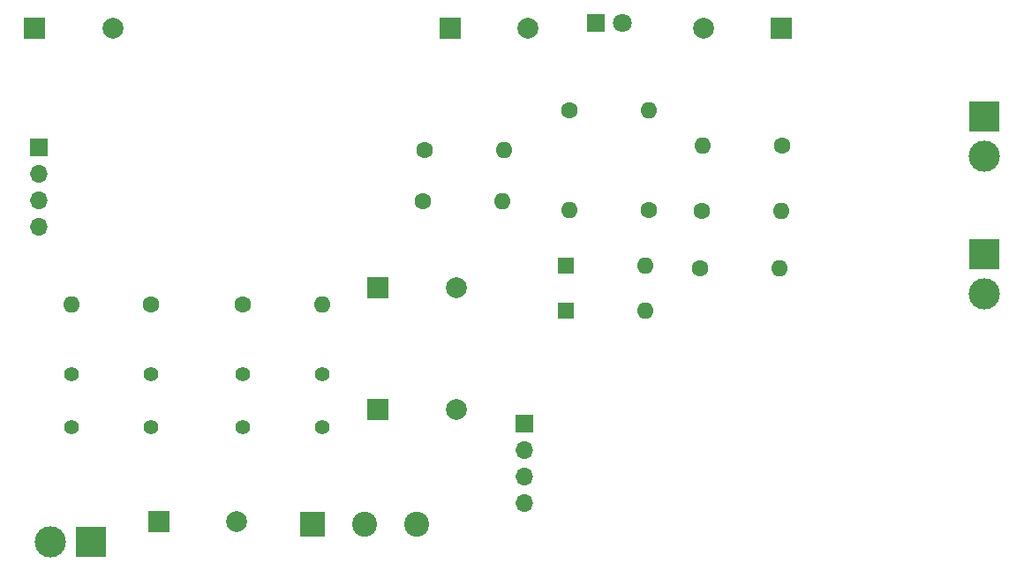
<source format=gbr>
%TF.GenerationSoftware,KiCad,Pcbnew,6.0.8-f2edbf62ab~116~ubuntu20.04.1*%
%TF.CreationDate,2023-02-28T14:52:02-03:00*%
%TF.ProjectId,placa-TAI,706c6163-612d-4544-9149-2e6b69636164,rev?*%
%TF.SameCoordinates,Original*%
%TF.FileFunction,Soldermask,Bot*%
%TF.FilePolarity,Negative*%
%FSLAX46Y46*%
G04 Gerber Fmt 4.6, Leading zero omitted, Abs format (unit mm)*
G04 Created by KiCad (PCBNEW 6.0.8-f2edbf62ab~116~ubuntu20.04.1) date 2023-02-28 14:52:02*
%MOMM*%
%LPD*%
G01*
G04 APERTURE LIST*
%ADD10R,2.000000X2.000000*%
%ADD11C,2.000000*%
%ADD12C,1.600000*%
%ADD13O,1.600000X1.600000*%
%ADD14R,2.400000X2.400000*%
%ADD15C,2.400000*%
%ADD16R,1.700000X1.700000*%
%ADD17O,1.700000X1.700000*%
%ADD18R,3.000000X3.000000*%
%ADD19C,3.000000*%
%ADD20R,1.600000X1.600000*%
%ADD21R,1.800000X1.800000*%
%ADD22C,1.800000*%
%ADD23C,1.397000*%
G04 APERTURE END LIST*
D10*
%TO.C,C2*%
X133322300Y-67180000D03*
D11*
X140822300Y-67180000D03*
%TD*%
D12*
%TO.C,R9*%
X152370000Y-84580000D03*
D13*
X144750000Y-84580000D03*
%TD*%
D12*
%TO.C,R7*%
X104670000Y-93640000D03*
D13*
X97050000Y-93640000D03*
%TD*%
D14*
%TO.C,U2*%
X120150000Y-114730000D03*
D15*
X125150000Y-114730000D03*
X130150000Y-114730000D03*
%TD*%
D12*
%TO.C,R6*%
X130740000Y-83740000D03*
D13*
X138360000Y-83740000D03*
%TD*%
D12*
%TO.C,R2*%
X157480000Y-84670000D03*
D13*
X165100000Y-84670000D03*
%TD*%
D16*
%TO.C,J3*%
X140505000Y-105110000D03*
D17*
X140505000Y-107650000D03*
X140505000Y-110190000D03*
X140505000Y-112730000D03*
%TD*%
D10*
%TO.C,C6*%
X93512323Y-67180000D03*
D11*
X101012323Y-67180000D03*
%TD*%
D18*
%TO.C,J2*%
X184540000Y-88802500D03*
D19*
X184540000Y-92682500D03*
%TD*%
D13*
%TO.C,D2*%
X152080000Y-89960000D03*
D20*
X144460000Y-89960000D03*
%TD*%
D12*
%TO.C,R5*%
X113430000Y-93640000D03*
D13*
X121050000Y-93640000D03*
%TD*%
D10*
%TO.C,C1*%
X165117700Y-67180000D03*
D11*
X157617700Y-67180000D03*
%TD*%
D10*
%TO.C,C3*%
X105402300Y-114460000D03*
D11*
X112902300Y-114460000D03*
%TD*%
D21*
%TO.C,D3*%
X147285000Y-66650000D03*
D22*
X149825000Y-66650000D03*
%TD*%
D12*
%TO.C,R4*%
X130870000Y-78890000D03*
D13*
X138490000Y-78890000D03*
%TD*%
D16*
%TO.C,J4*%
X93875000Y-78620000D03*
D17*
X93875000Y-81160000D03*
X93875000Y-83700000D03*
X93875000Y-86240000D03*
%TD*%
D10*
%TO.C,C5*%
X126432323Y-103750000D03*
D11*
X133932323Y-103750000D03*
%TD*%
D18*
%TO.C,J1*%
X184590000Y-75595000D03*
D19*
X184590000Y-79475000D03*
%TD*%
D23*
%TO.C,SW1*%
X113430000Y-100360000D03*
X121050000Y-100360000D03*
X113430000Y-105440000D03*
X121050000Y-105440000D03*
%TD*%
%TO.C,SW2*%
X97050000Y-100360000D03*
X104670000Y-100360000D03*
X97050000Y-105440000D03*
X104670000Y-105440000D03*
%TD*%
D13*
%TO.C,D1*%
X152080000Y-94290000D03*
D20*
X144460000Y-94290000D03*
%TD*%
D18*
%TO.C,J5*%
X98920000Y-116430000D03*
D19*
X95040000Y-116430000D03*
%TD*%
D12*
%TO.C,R3*%
X165150000Y-78430000D03*
D13*
X157530000Y-78430000D03*
%TD*%
D12*
%TO.C,R8*%
X144750000Y-75010000D03*
D13*
X152370000Y-75010000D03*
%TD*%
D10*
%TO.C,C4*%
X126432323Y-92030000D03*
D11*
X133932323Y-92030000D03*
%TD*%
D12*
%TO.C,R1*%
X157310000Y-90210000D03*
D13*
X164930000Y-90210000D03*
%TD*%
M02*

</source>
